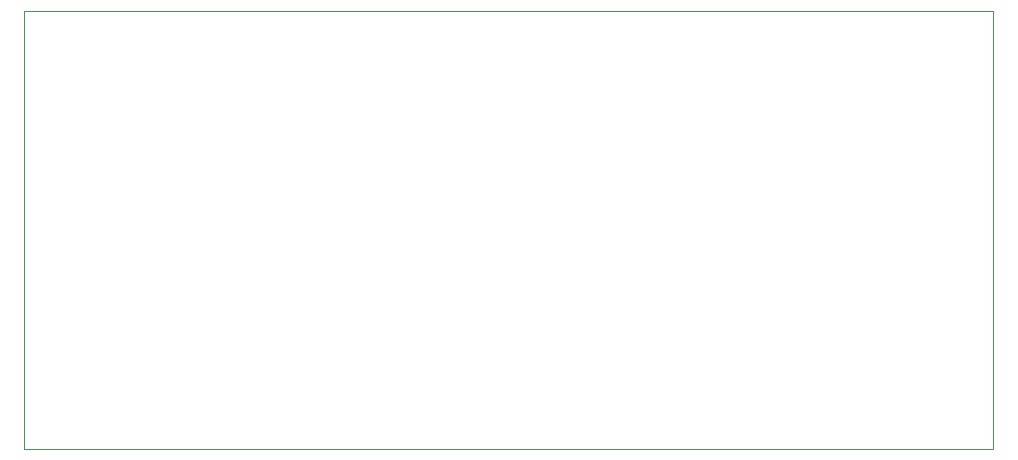
<source format=gbr>
G04*
G04 #@! TF.GenerationSoftware,Altium Limited,Altium Designer,23.0.1 (38)*
G04*
G04 Layer_Color=0*
%FSLAX25Y25*%
%MOIN*%
G70*
G04*
G04 #@! TF.SameCoordinates,AE5763C0-F2EE-4BCA-89C6-8F578BEF2D51*
G04*
G04*
G04 #@! TF.FilePolarity,Positive*
G04*
G01*
G75*
%ADD53C,0.00100*%
D53*
X0Y0D02*
X323000D01*
Y146000D01*
X0D01*
Y0D01*
M02*

</source>
